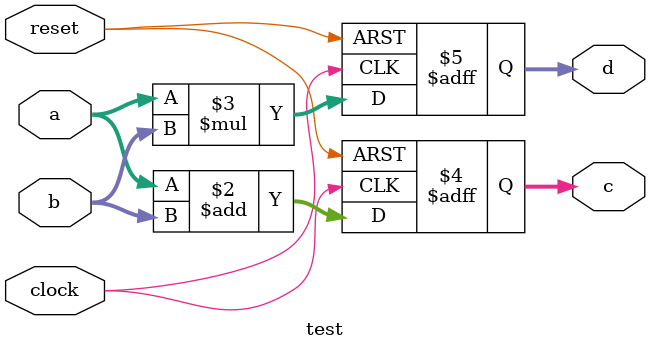
<source format=v>
module test (
  input clock,
  input reset,
  input [1:0] a,
  input [2:0] b,
  output reg [3:0] c,
  output reg [4:0] d
);

  always @(posedge clock or posedge reset) begin
    if (reset) begin
      c <= 0;
      d <= 0;
    end else begin
      c <= a + b;
      d <= a * b;
    end
  end

endmodule


</source>
